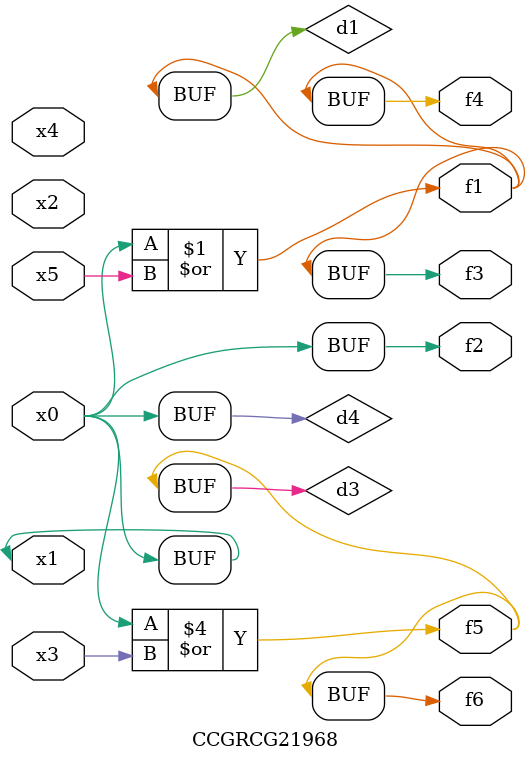
<source format=v>
module CCGRCG21968(
	input x0, x1, x2, x3, x4, x5,
	output f1, f2, f3, f4, f5, f6
);

	wire d1, d2, d3, d4;

	or (d1, x0, x5);
	xnor (d2, x1, x4);
	or (d3, x0, x3);
	buf (d4, x0, x1);
	assign f1 = d1;
	assign f2 = d4;
	assign f3 = d1;
	assign f4 = d1;
	assign f5 = d3;
	assign f6 = d3;
endmodule

</source>
